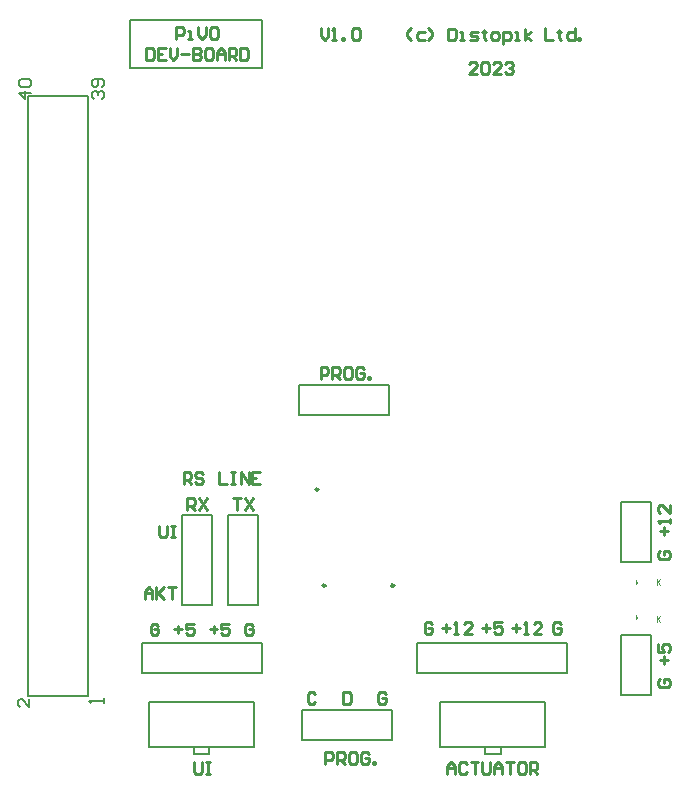
<source format=gto>
G04*
G04 #@! TF.GenerationSoftware,Altium Limited,Altium Designer,21.7.2 (23)*
G04*
G04 Layer_Color=65535*
%FSLAX25Y25*%
%MOIN*%
G70*
G04*
G04 #@! TF.SameCoordinates,72A3C6AD-17B6-4F61-9830-52E5D45F99D0*
G04*
G04*
G04 #@! TF.FilePolarity,Positive*
G04*
G01*
G75*
%ADD10C,0.00984*%
%ADD11C,0.00787*%
%ADD12C,0.01000*%
%ADD13C,0.00800*%
%ADD14C,0.00394*%
G36*
X472051Y155646D02*
X472642Y156827D01*
X472051Y158008D01*
Y155646D01*
D02*
G37*
G36*
Y167370D02*
X472642Y168551D01*
X472051Y169732D01*
Y167370D01*
D02*
G37*
D10*
X366043Y199606D02*
G03*
X366043Y199606I-492J0D01*
G01*
X391240Y167618D02*
G03*
X391240Y167618I-492J0D01*
G01*
X368406D02*
G03*
X368406Y167618I-492J0D01*
G01*
D11*
X335945Y160984D02*
X345945D01*
X335945D02*
Y190984D01*
X345945D01*
Y160984D02*
Y190984D01*
X406614Y128898D02*
X406614Y113898D01*
X441614D01*
X441614Y128898D02*
X441614Y113898D01*
X406614Y128898D02*
X441614Y128898D01*
X360591Y116260D02*
Y126260D01*
X390591D01*
Y116260D02*
Y126260D01*
X360591Y116260D02*
X390591D01*
X347244Y340158D02*
X347244Y356102D01*
X303150Y340158D02*
X347244D01*
X303150D02*
Y356102D01*
X347244Y355709D02*
Y356102D01*
X303150D02*
X347244D01*
X303150Y353740D02*
Y356102D01*
X426772Y111417D02*
Y113583D01*
X421654Y111417D02*
X426772D01*
X421654D02*
Y113779D01*
X324410Y111417D02*
Y113779D01*
Y111417D02*
X329528D01*
Y113583D01*
X309567Y128898D02*
X344567Y128898D01*
X344567Y113898D01*
X309567D02*
X344567D01*
X309567D02*
Y128898D01*
X359409Y224528D02*
X389409D01*
Y234528D01*
X359409D02*
X389409D01*
X359409Y224528D02*
Y234528D01*
X449016Y138307D02*
Y148307D01*
X399016Y138307D02*
X449016D01*
X399016Y148307D02*
X449016D01*
X399016Y138307D02*
Y148307D01*
X330591Y190984D02*
X330591Y160984D01*
X320591Y190984D02*
X330591D01*
X320590Y160984D02*
X320591Y190984D01*
X320590Y160984D02*
X330591D01*
X347126Y138307D02*
Y148307D01*
X307126Y138307D02*
X347126Y138307D01*
X307126Y148307D02*
X347126Y148307D01*
X307126Y138307D02*
Y148307D01*
X467047Y131063D02*
X477047D01*
X467047D02*
Y151063D01*
X477047D01*
Y131063D02*
Y151063D01*
X467047Y175315D02*
X477047D01*
X467047D02*
Y195315D01*
X477047D01*
Y175315D02*
Y195315D01*
X289252Y130827D02*
Y330827D01*
X269252Y130827D02*
Y330827D01*
Y130827D02*
X289252D01*
X269252Y330827D02*
X289252D01*
D12*
X318703Y349855D02*
Y353791D01*
X320671D01*
X321327Y353135D01*
Y351823D01*
X320671Y351167D01*
X318703D01*
X322639Y349855D02*
X323951D01*
X323295D01*
Y352479D01*
X322639D01*
X325919Y353791D02*
Y351167D01*
X327230Y349855D01*
X328542Y351167D01*
Y353791D01*
X331822D02*
X330510D01*
X329854Y353135D01*
Y350511D01*
X330510Y349855D01*
X331822D01*
X332478Y350511D01*
Y353135D01*
X331822Y353791D01*
X308536Y346668D02*
Y342732D01*
X310504D01*
X311159Y343388D01*
Y346012D01*
X310504Y346668D01*
X308536D01*
X315095D02*
X312471D01*
Y342732D01*
X315095D01*
X312471Y344700D02*
X313783D01*
X316407Y346668D02*
Y344044D01*
X317719Y342732D01*
X319031Y344044D01*
Y346668D01*
X320343Y344700D02*
X322967D01*
X324279Y346668D02*
Y342732D01*
X326247D01*
X326903Y343388D01*
Y344044D01*
X326247Y344700D01*
X324279D01*
X326247D01*
X326903Y345356D01*
Y346012D01*
X326247Y346668D01*
X324279D01*
X330182D02*
X328870D01*
X328214Y346012D01*
Y343388D01*
X328870Y342732D01*
X330182D01*
X330838Y343388D01*
Y346012D01*
X330182Y346668D01*
X332150Y342732D02*
Y345356D01*
X333462Y346668D01*
X334774Y345356D01*
Y342732D01*
Y344700D01*
X332150D01*
X336086Y342732D02*
Y346668D01*
X338054D01*
X338710Y346012D01*
Y344700D01*
X338054Y344044D01*
X336086D01*
X337398D02*
X338710Y342732D01*
X340022Y346668D02*
Y342732D01*
X341989D01*
X342645Y343388D01*
Y346012D01*
X341989Y346668D01*
X340022D01*
X409268Y353295D02*
Y349359D01*
X411236D01*
X411892Y350015D01*
Y352639D01*
X411236Y353295D01*
X409268D01*
X413203Y349359D02*
X414515D01*
X413859D01*
Y351983D01*
X413203D01*
X416483Y349359D02*
X418451D01*
X419107Y350015D01*
X418451Y350671D01*
X417139D01*
X416483Y351327D01*
X417139Y351983D01*
X419107D01*
X421075Y352639D02*
Y351983D01*
X420419D01*
X421731D01*
X421075D01*
Y350015D01*
X421731Y349359D01*
X424355D02*
X425667D01*
X426323Y350015D01*
Y351327D01*
X425667Y351983D01*
X424355D01*
X423699Y351327D01*
Y350015D01*
X424355Y349359D01*
X427634Y348047D02*
Y351983D01*
X429602D01*
X430258Y351327D01*
Y350015D01*
X429602Y349359D01*
X427634D01*
X431570D02*
X432882D01*
X432226D01*
Y351983D01*
X431570D01*
X434850Y349359D02*
Y353295D01*
Y350671D02*
X436818Y351983D01*
X434850Y350671D02*
X436818Y349359D01*
X366748Y353361D02*
Y350737D01*
X368060Y349425D01*
X369372Y350737D01*
Y353361D01*
X370684Y349425D02*
X371996D01*
X371340D01*
Y353361D01*
X370684Y352705D01*
X373963Y349425D02*
Y350081D01*
X374620D01*
Y349425D01*
X373963D01*
X377243Y352705D02*
X377899Y353361D01*
X379211D01*
X379867Y352705D01*
Y350081D01*
X379211Y349425D01*
X377899D01*
X377243Y350081D01*
Y352705D01*
X441551Y353558D02*
Y349622D01*
X444175D01*
X446143Y352902D02*
Y352246D01*
X445487D01*
X446799D01*
X446143D01*
Y350278D01*
X446799Y349622D01*
X451391Y353558D02*
Y349622D01*
X449423D01*
X448767Y350278D01*
Y351590D01*
X449423Y352246D01*
X451391D01*
X452703Y349622D02*
Y350278D01*
X453358D01*
Y349622D01*
X452703D01*
X418978Y338205D02*
X416354D01*
X418978Y340829D01*
Y341484D01*
X418322Y342141D01*
X417010D01*
X416354Y341484D01*
X420290D02*
X420946Y342141D01*
X422258D01*
X422914Y341484D01*
Y338861D01*
X422258Y338205D01*
X420946D01*
X420290Y338861D01*
Y341484D01*
X426850Y338205D02*
X424226D01*
X426850Y340829D01*
Y341484D01*
X426194Y342141D01*
X424882D01*
X424226Y341484D01*
X428161D02*
X428818Y342141D01*
X430129D01*
X430785Y341484D01*
Y340829D01*
X430129Y340173D01*
X429473D01*
X430129D01*
X430785Y339517D01*
Y338861D01*
X430129Y338205D01*
X428818D01*
X428161Y338861D01*
X396800Y349622D02*
X395488Y350934D01*
Y352246D01*
X396800Y353558D01*
X401392Y352246D02*
X399424D01*
X398768Y351590D01*
Y350278D01*
X399424Y349622D01*
X401392D01*
X402704D02*
X404016Y350934D01*
Y352246D01*
X402704Y353558D01*
X308087Y163205D02*
Y165829D01*
X309399Y167140D01*
X310710Y165829D01*
Y163205D01*
Y165173D01*
X308087D01*
X312022Y167140D02*
Y163205D01*
Y164517D01*
X314646Y167140D01*
X312678Y165173D01*
X314646Y163205D01*
X315958Y167140D02*
X318582D01*
X317270D01*
Y163205D01*
X312811Y187613D02*
Y184333D01*
X313467Y183677D01*
X314779D01*
X315435Y184333D01*
Y187613D01*
X316747D02*
X318059D01*
X317403D01*
Y183677D01*
X316747D01*
X318059D01*
X337614Y196668D02*
X340238D01*
X338926D01*
Y192732D01*
X341550Y196668D02*
X344174Y192732D01*
Y196668D02*
X341550Y192732D01*
X322260D02*
Y196668D01*
X324228D01*
X324884Y196012D01*
Y194700D01*
X324228Y194044D01*
X322260D01*
X323572D02*
X324884Y192732D01*
X326196Y196668D02*
X328819Y192732D01*
Y196668D02*
X326196Y192732D01*
X321079Y201394D02*
Y205329D01*
X323047D01*
X323703Y204674D01*
Y203362D01*
X323047Y202706D01*
X321079D01*
X322391D02*
X323703Y201394D01*
X327638Y204674D02*
X326982Y205329D01*
X325670D01*
X325014Y204674D01*
Y204017D01*
X325670Y203362D01*
X326982D01*
X327638Y202706D01*
Y202050D01*
X326982Y201394D01*
X325670D01*
X325014Y202050D01*
X332886Y205329D02*
Y201394D01*
X335510D01*
X336822Y205329D02*
X338134D01*
X337478D01*
Y201394D01*
X336822D01*
X338134D01*
X340102D02*
Y205329D01*
X342725Y201394D01*
Y205329D01*
X346661D02*
X344037D01*
Y201394D01*
X346661D01*
X344037Y203362D02*
X345349D01*
X366748Y236433D02*
Y240369D01*
X368716D01*
X369372Y239713D01*
Y238401D01*
X368716Y237745D01*
X366748D01*
X370684Y236433D02*
Y240369D01*
X372652D01*
X373308Y239713D01*
Y238401D01*
X372652Y237745D01*
X370684D01*
X371996D02*
X373308Y236433D01*
X376587Y240369D02*
X375275D01*
X374620Y239713D01*
Y237089D01*
X375275Y236433D01*
X376587D01*
X377243Y237089D01*
Y239713D01*
X376587Y240369D01*
X381179Y239713D02*
X380523Y240369D01*
X379211D01*
X378555Y239713D01*
Y237089D01*
X379211Y236433D01*
X380523D01*
X381179Y237089D01*
Y238401D01*
X379867D01*
X382491Y236433D02*
Y237089D01*
X383147D01*
Y236433D01*
X382491D01*
X365041Y131445D02*
X364385Y132101D01*
X363073D01*
X362417Y131445D01*
Y128821D01*
X363073Y128165D01*
X364385D01*
X365041Y128821D01*
X374224Y132101D02*
Y128165D01*
X376192D01*
X376848Y128821D01*
Y131445D01*
X376192Y132101D01*
X374224D01*
X388656Y131445D02*
X388000Y132101D01*
X386688D01*
X386032Y131445D01*
Y128821D01*
X386688Y128165D01*
X388000D01*
X388656Y128821D01*
Y130133D01*
X387344D01*
X479972Y136301D02*
X479316Y135645D01*
Y134333D01*
X479972Y133677D01*
X482596D01*
X483252Y134333D01*
Y135645D01*
X482596Y136301D01*
X481284D01*
Y134989D01*
Y141549D02*
Y144173D01*
X479972Y142861D02*
X482596D01*
X479316Y148108D02*
Y145484D01*
X481284D01*
X480628Y146796D01*
Y147452D01*
X481284Y148108D01*
X482596D01*
X483252Y147452D01*
Y146140D01*
X482596Y145484D01*
X479972Y179214D02*
X479316Y178558D01*
Y177246D01*
X479972Y176591D01*
X482596D01*
X483252Y177246D01*
Y178558D01*
X482596Y179214D01*
X481284D01*
Y177902D01*
Y184462D02*
Y187086D01*
X479972Y185774D02*
X482596D01*
X483252Y188398D02*
Y189710D01*
Y189054D01*
X479316D01*
X479972Y188398D01*
X483252Y194301D02*
Y191677D01*
X480628Y194301D01*
X479972D01*
X479316Y193645D01*
Y192333D01*
X479972Y191677D01*
X368323Y108087D02*
Y112022D01*
X370291D01*
X370947Y111366D01*
Y110055D01*
X370291Y109398D01*
X368323D01*
X372259Y108087D02*
Y112022D01*
X374226D01*
X374882Y111366D01*
Y110055D01*
X374226Y109398D01*
X372259D01*
X373570D02*
X374882Y108087D01*
X378162Y112022D02*
X376850D01*
X376194Y111366D01*
Y108743D01*
X376850Y108087D01*
X378162D01*
X378818Y108743D01*
Y111366D01*
X378162Y112022D01*
X382754Y111366D02*
X382098Y112022D01*
X380786D01*
X380130Y111366D01*
Y108743D01*
X380786Y108087D01*
X382098D01*
X382754Y108743D01*
Y110055D01*
X381442D01*
X384066Y108087D02*
Y108743D01*
X384722D01*
Y108087D01*
X384066D01*
X430528Y153362D02*
X433151D01*
X431840Y154674D02*
Y152050D01*
X434463Y151394D02*
X435775D01*
X435119D01*
Y155329D01*
X434463Y154674D01*
X440367Y151394D02*
X437743D01*
X440367Y154017D01*
Y154674D01*
X439711Y155329D01*
X438399D01*
X437743Y154674D01*
X446931D02*
X446275Y155329D01*
X444963D01*
X444307Y154674D01*
Y152050D01*
X444963Y151394D01*
X446275D01*
X446931Y152050D01*
Y153362D01*
X445619D01*
X404017Y154674D02*
X403362Y155329D01*
X402050D01*
X401394Y154674D01*
Y152050D01*
X402050Y151394D01*
X403362D01*
X404017Y152050D01*
Y153362D01*
X402706D01*
X407299D02*
X409923D01*
X408611Y154674D02*
Y152050D01*
X411235Y151394D02*
X412547D01*
X411891D01*
Y155329D01*
X411235Y154674D01*
X417139Y151394D02*
X414515D01*
X417139Y154017D01*
Y154674D01*
X416483Y155329D01*
X415171D01*
X414515Y154674D01*
X420685Y153362D02*
X423309D01*
X421997Y154674D02*
Y152050D01*
X427245Y155329D02*
X424621D01*
Y153362D01*
X425933Y154017D01*
X426589D01*
X427245Y153362D01*
Y152050D01*
X426589Y151394D01*
X425277D01*
X424621Y152050D01*
X312695Y154280D02*
X312039Y154936D01*
X310727D01*
X310071Y154280D01*
Y151656D01*
X310727Y151000D01*
X312039D01*
X312695Y151656D01*
Y152968D01*
X311383D01*
X317943D02*
X320566D01*
X319254Y154280D02*
Y151656D01*
X324502Y154936D02*
X321878D01*
Y152968D01*
X323190Y153624D01*
X323846D01*
X324502Y152968D01*
Y151656D01*
X323846Y151000D01*
X322534D01*
X321878Y151656D01*
X329750Y152968D02*
X332374D01*
X331062Y154280D02*
Y151656D01*
X336309Y154936D02*
X333686D01*
Y152968D01*
X334998Y153624D01*
X335653D01*
X336309Y152968D01*
Y151656D01*
X335653Y151000D01*
X334342D01*
X333686Y151656D01*
X344181Y154280D02*
X343525Y154936D01*
X342213D01*
X341557Y154280D01*
Y151656D01*
X342213Y151000D01*
X343525D01*
X344181Y151656D01*
Y152968D01*
X342869D01*
X408874Y104937D02*
Y107561D01*
X410186Y108873D01*
X411498Y107561D01*
Y104937D01*
Y106905D01*
X408874D01*
X415434Y108217D02*
X414778Y108873D01*
X413466D01*
X412810Y108217D01*
Y105593D01*
X413466Y104937D01*
X414778D01*
X415434Y105593D01*
X416746Y108873D02*
X419369D01*
X418057D01*
Y104937D01*
X420681Y108873D02*
Y105593D01*
X421337Y104937D01*
X422649D01*
X423305Y105593D01*
Y108873D01*
X424617Y104937D02*
Y107561D01*
X425929Y108873D01*
X427241Y107561D01*
Y104937D01*
Y106905D01*
X424617D01*
X428553Y108873D02*
X431177D01*
X429865D01*
Y104937D01*
X434456Y108873D02*
X433144D01*
X432488Y108217D01*
Y105593D01*
X433144Y104937D01*
X434456D01*
X435112Y105593D01*
Y108217D01*
X434456Y108873D01*
X436424Y104937D02*
Y108873D01*
X438392D01*
X439048Y108217D01*
Y106905D01*
X438392Y106249D01*
X436424D01*
X437736D02*
X439048Y104937D01*
X324622Y108873D02*
Y105593D01*
X325278Y104937D01*
X326590D01*
X327246Y105593D01*
Y108873D01*
X328558D02*
X329870D01*
X329214D01*
Y104937D01*
X328558D01*
X329870D01*
D13*
X269685Y129789D02*
Y127165D01*
X267061Y129789D01*
X266405D01*
X265749Y129133D01*
Y127821D01*
X266405Y127165D01*
X270079Y331889D02*
X266143D01*
X268111Y329921D01*
Y332545D01*
X266799Y333857D02*
X266143Y334513D01*
Y335825D01*
X266799Y336481D01*
X269423D01*
X270079Y335825D01*
Y334513D01*
X269423Y333857D01*
X266799D01*
X294504Y128410D02*
Y130076D01*
Y129243D01*
X289506D01*
X290339Y128410D01*
X291208Y329921D02*
X290552Y330577D01*
Y331889D01*
X291208Y332545D01*
X291864D01*
X292520Y331889D01*
Y331233D01*
Y331889D01*
X293176Y332545D01*
X293832D01*
X294488Y331889D01*
Y330577D01*
X293832Y329921D01*
Y333857D02*
X294488Y334513D01*
Y335825D01*
X293832Y336481D01*
X291208D01*
X290552Y335825D01*
Y334513D01*
X291208Y333857D01*
X291864D01*
X292520Y334513D01*
Y336481D01*
D14*
X478740Y157480D02*
Y155512D01*
Y156168D01*
X480052Y157480D01*
X479068Y156496D01*
X480052Y155512D01*
X478740Y169684D02*
Y167717D01*
Y168372D01*
X480052Y169684D01*
X479068Y168701D01*
X480052Y167717D01*
M02*

</source>
